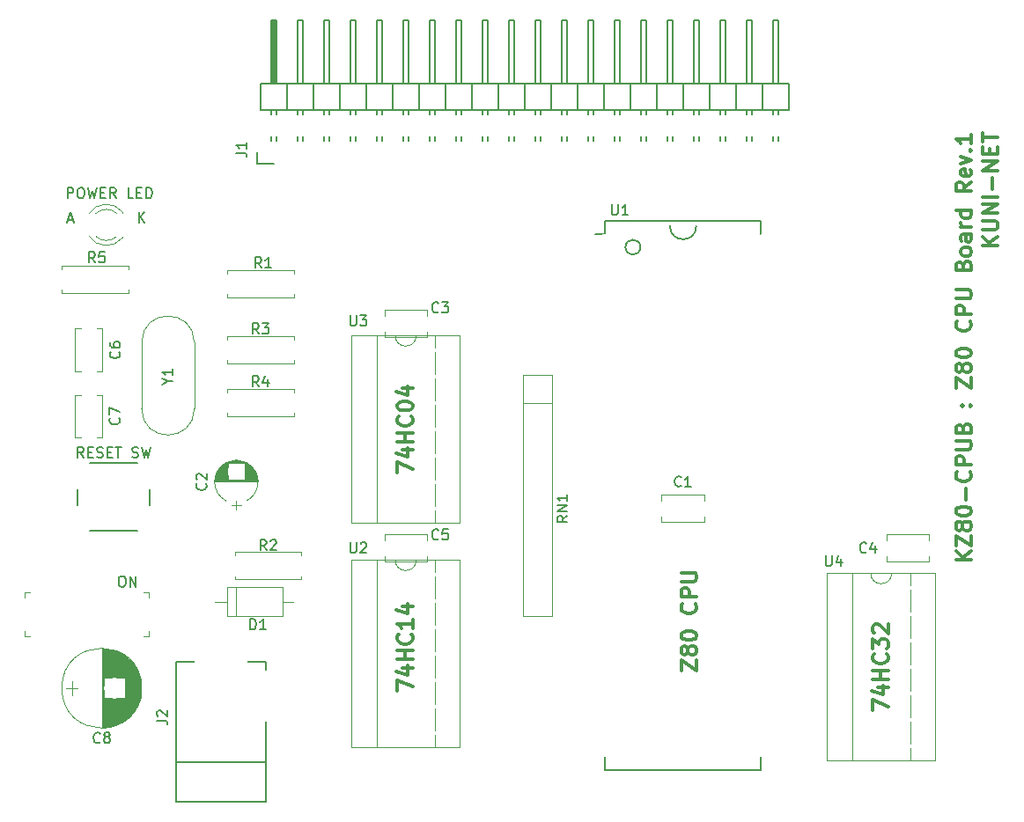
<source format=gto>
G04 #@! TF.GenerationSoftware,KiCad,Pcbnew,(5.0.0-3-g5ebb6b6)*
G04 #@! TF.CreationDate,2018-10-07T14:31:37+09:00*
G04 #@! TF.ProjectId,Z80-CPUB,5A38302D435055422E6B696361645F70,rev?*
G04 #@! TF.SameCoordinates,Original*
G04 #@! TF.FileFunction,Legend,Top*
G04 #@! TF.FilePolarity,Positive*
%FSLAX46Y46*%
G04 Gerber Fmt 4.6, Leading zero omitted, Abs format (unit mm)*
G04 Created by KiCad (PCBNEW (5.0.0-3-g5ebb6b6)) date *
%MOMM*%
%LPD*%
G01*
G04 APERTURE LIST*
%ADD10C,0.200000*%
%ADD11C,0.150000*%
%ADD12C,0.300000*%
%ADD13C,0.120000*%
%ADD14C,0.100000*%
%ADD15C,5.200600*%
%ADD16R,5.200600X5.200600*%
%ADD17C,2.000000*%
%ADD18R,1.600000X1.600000*%
%ADD19C,1.600000*%
%ADD20R,2.000000X2.000000*%
%ADD21R,2.600000X2.600000*%
%ADD22O,2.600000X2.600000*%
%ADD23R,2.127200X2.127200*%
%ADD24O,2.127200X2.127200*%
%ADD25O,2.000000X2.000000*%
%ADD26R,2.300000X2.300000*%
%ADD27C,2.300000*%
%ADD28C,2.400000*%
%ADD29C,1.900000*%
%ADD30C,3.600000*%
%ADD31R,2.200000X2.200000*%
%ADD32C,2.200000*%
G04 APERTURE END LIST*
D10*
X126702420Y-78994000D02*
G75*
G03X126702420Y-78994000I-718420J0D01*
G01*
D11*
X71643904Y-76366666D02*
X72120095Y-76366666D01*
X71548666Y-76652380D02*
X71882000Y-75652380D01*
X72215333Y-76652380D01*
X78478095Y-76652380D02*
X78478095Y-75652380D01*
X79049523Y-76652380D02*
X78620952Y-76080952D01*
X79049523Y-75652380D02*
X78478095Y-76223809D01*
D10*
X132080000Y-76962000D02*
G75*
G02X129540000Y-76962000I-1270000J0D01*
G01*
D12*
X158534571Y-109100285D02*
X157034571Y-109100285D01*
X158534571Y-108243142D02*
X157677428Y-108886000D01*
X157034571Y-108243142D02*
X157891714Y-109100285D01*
X157034571Y-107743142D02*
X157034571Y-106743142D01*
X158534571Y-107743142D01*
X158534571Y-106743142D01*
X157677428Y-105957428D02*
X157606000Y-106100285D01*
X157534571Y-106171714D01*
X157391714Y-106243142D01*
X157320285Y-106243142D01*
X157177428Y-106171714D01*
X157106000Y-106100285D01*
X157034571Y-105957428D01*
X157034571Y-105671714D01*
X157106000Y-105528857D01*
X157177428Y-105457428D01*
X157320285Y-105386000D01*
X157391714Y-105386000D01*
X157534571Y-105457428D01*
X157606000Y-105528857D01*
X157677428Y-105671714D01*
X157677428Y-105957428D01*
X157748857Y-106100285D01*
X157820285Y-106171714D01*
X157963142Y-106243142D01*
X158248857Y-106243142D01*
X158391714Y-106171714D01*
X158463142Y-106100285D01*
X158534571Y-105957428D01*
X158534571Y-105671714D01*
X158463142Y-105528857D01*
X158391714Y-105457428D01*
X158248857Y-105386000D01*
X157963142Y-105386000D01*
X157820285Y-105457428D01*
X157748857Y-105528857D01*
X157677428Y-105671714D01*
X157034571Y-104457428D02*
X157034571Y-104314571D01*
X157106000Y-104171714D01*
X157177428Y-104100285D01*
X157320285Y-104028857D01*
X157606000Y-103957428D01*
X157963142Y-103957428D01*
X158248857Y-104028857D01*
X158391714Y-104100285D01*
X158463142Y-104171714D01*
X158534571Y-104314571D01*
X158534571Y-104457428D01*
X158463142Y-104600285D01*
X158391714Y-104671714D01*
X158248857Y-104743142D01*
X157963142Y-104814571D01*
X157606000Y-104814571D01*
X157320285Y-104743142D01*
X157177428Y-104671714D01*
X157106000Y-104600285D01*
X157034571Y-104457428D01*
X157963142Y-103314571D02*
X157963142Y-102171714D01*
X158391714Y-100600285D02*
X158463142Y-100671714D01*
X158534571Y-100886000D01*
X158534571Y-101028857D01*
X158463142Y-101243142D01*
X158320285Y-101386000D01*
X158177428Y-101457428D01*
X157891714Y-101528857D01*
X157677428Y-101528857D01*
X157391714Y-101457428D01*
X157248857Y-101386000D01*
X157106000Y-101243142D01*
X157034571Y-101028857D01*
X157034571Y-100886000D01*
X157106000Y-100671714D01*
X157177428Y-100600285D01*
X158534571Y-99957428D02*
X157034571Y-99957428D01*
X157034571Y-99386000D01*
X157106000Y-99243142D01*
X157177428Y-99171714D01*
X157320285Y-99100285D01*
X157534571Y-99100285D01*
X157677428Y-99171714D01*
X157748857Y-99243142D01*
X157820285Y-99386000D01*
X157820285Y-99957428D01*
X157034571Y-98457428D02*
X158248857Y-98457428D01*
X158391714Y-98386000D01*
X158463142Y-98314571D01*
X158534571Y-98171714D01*
X158534571Y-97886000D01*
X158463142Y-97743142D01*
X158391714Y-97671714D01*
X158248857Y-97600285D01*
X157034571Y-97600285D01*
X157748857Y-96386000D02*
X157820285Y-96171714D01*
X157891714Y-96100285D01*
X158034571Y-96028857D01*
X158248857Y-96028857D01*
X158391714Y-96100285D01*
X158463142Y-96171714D01*
X158534571Y-96314571D01*
X158534571Y-96886000D01*
X157034571Y-96886000D01*
X157034571Y-96386000D01*
X157106000Y-96243142D01*
X157177428Y-96171714D01*
X157320285Y-96100285D01*
X157463142Y-96100285D01*
X157606000Y-96171714D01*
X157677428Y-96243142D01*
X157748857Y-96386000D01*
X157748857Y-96886000D01*
X158391714Y-94243142D02*
X158463142Y-94171714D01*
X158534571Y-94243142D01*
X158463142Y-94314571D01*
X158391714Y-94243142D01*
X158534571Y-94243142D01*
X157606000Y-94243142D02*
X157677428Y-94171714D01*
X157748857Y-94243142D01*
X157677428Y-94314571D01*
X157606000Y-94243142D01*
X157748857Y-94243142D01*
X157034571Y-92528857D02*
X157034571Y-91528857D01*
X158534571Y-92528857D01*
X158534571Y-91528857D01*
X157677428Y-90743142D02*
X157606000Y-90886000D01*
X157534571Y-90957428D01*
X157391714Y-91028857D01*
X157320285Y-91028857D01*
X157177428Y-90957428D01*
X157106000Y-90886000D01*
X157034571Y-90743142D01*
X157034571Y-90457428D01*
X157106000Y-90314571D01*
X157177428Y-90243142D01*
X157320285Y-90171714D01*
X157391714Y-90171714D01*
X157534571Y-90243142D01*
X157606000Y-90314571D01*
X157677428Y-90457428D01*
X157677428Y-90743142D01*
X157748857Y-90886000D01*
X157820285Y-90957428D01*
X157963142Y-91028857D01*
X158248857Y-91028857D01*
X158391714Y-90957428D01*
X158463142Y-90886000D01*
X158534571Y-90743142D01*
X158534571Y-90457428D01*
X158463142Y-90314571D01*
X158391714Y-90243142D01*
X158248857Y-90171714D01*
X157963142Y-90171714D01*
X157820285Y-90243142D01*
X157748857Y-90314571D01*
X157677428Y-90457428D01*
X157034571Y-89243142D02*
X157034571Y-89100285D01*
X157106000Y-88957428D01*
X157177428Y-88886000D01*
X157320285Y-88814571D01*
X157606000Y-88743142D01*
X157963142Y-88743142D01*
X158248857Y-88814571D01*
X158391714Y-88886000D01*
X158463142Y-88957428D01*
X158534571Y-89100285D01*
X158534571Y-89243142D01*
X158463142Y-89386000D01*
X158391714Y-89457428D01*
X158248857Y-89528857D01*
X157963142Y-89600285D01*
X157606000Y-89600285D01*
X157320285Y-89528857D01*
X157177428Y-89457428D01*
X157106000Y-89386000D01*
X157034571Y-89243142D01*
X158391714Y-86100285D02*
X158463142Y-86171714D01*
X158534571Y-86386000D01*
X158534571Y-86528857D01*
X158463142Y-86743142D01*
X158320285Y-86886000D01*
X158177428Y-86957428D01*
X157891714Y-87028857D01*
X157677428Y-87028857D01*
X157391714Y-86957428D01*
X157248857Y-86886000D01*
X157106000Y-86743142D01*
X157034571Y-86528857D01*
X157034571Y-86386000D01*
X157106000Y-86171714D01*
X157177428Y-86100285D01*
X158534571Y-85457428D02*
X157034571Y-85457428D01*
X157034571Y-84886000D01*
X157106000Y-84743142D01*
X157177428Y-84671714D01*
X157320285Y-84600285D01*
X157534571Y-84600285D01*
X157677428Y-84671714D01*
X157748857Y-84743142D01*
X157820285Y-84886000D01*
X157820285Y-85457428D01*
X157034571Y-83957428D02*
X158248857Y-83957428D01*
X158391714Y-83886000D01*
X158463142Y-83814571D01*
X158534571Y-83671714D01*
X158534571Y-83386000D01*
X158463142Y-83243142D01*
X158391714Y-83171714D01*
X158248857Y-83100285D01*
X157034571Y-83100285D01*
X157748857Y-80743142D02*
X157820285Y-80528857D01*
X157891714Y-80457428D01*
X158034571Y-80386000D01*
X158248857Y-80386000D01*
X158391714Y-80457428D01*
X158463142Y-80528857D01*
X158534571Y-80671714D01*
X158534571Y-81243142D01*
X157034571Y-81243142D01*
X157034571Y-80743142D01*
X157106000Y-80600285D01*
X157177428Y-80528857D01*
X157320285Y-80457428D01*
X157463142Y-80457428D01*
X157606000Y-80528857D01*
X157677428Y-80600285D01*
X157748857Y-80743142D01*
X157748857Y-81243142D01*
X158534571Y-79528857D02*
X158463142Y-79671714D01*
X158391714Y-79743142D01*
X158248857Y-79814571D01*
X157820285Y-79814571D01*
X157677428Y-79743142D01*
X157606000Y-79671714D01*
X157534571Y-79528857D01*
X157534571Y-79314571D01*
X157606000Y-79171714D01*
X157677428Y-79100285D01*
X157820285Y-79028857D01*
X158248857Y-79028857D01*
X158391714Y-79100285D01*
X158463142Y-79171714D01*
X158534571Y-79314571D01*
X158534571Y-79528857D01*
X158534571Y-77743142D02*
X157748857Y-77743142D01*
X157606000Y-77814571D01*
X157534571Y-77957428D01*
X157534571Y-78243142D01*
X157606000Y-78386000D01*
X158463142Y-77743142D02*
X158534571Y-77886000D01*
X158534571Y-78243142D01*
X158463142Y-78386000D01*
X158320285Y-78457428D01*
X158177428Y-78457428D01*
X158034571Y-78386000D01*
X157963142Y-78243142D01*
X157963142Y-77886000D01*
X157891714Y-77743142D01*
X158534571Y-77028857D02*
X157534571Y-77028857D01*
X157820285Y-77028857D02*
X157677428Y-76957428D01*
X157606000Y-76886000D01*
X157534571Y-76743142D01*
X157534571Y-76600285D01*
X158534571Y-75457428D02*
X157034571Y-75457428D01*
X158463142Y-75457428D02*
X158534571Y-75600285D01*
X158534571Y-75886000D01*
X158463142Y-76028857D01*
X158391714Y-76100285D01*
X158248857Y-76171714D01*
X157820285Y-76171714D01*
X157677428Y-76100285D01*
X157606000Y-76028857D01*
X157534571Y-75886000D01*
X157534571Y-75600285D01*
X157606000Y-75457428D01*
X158534571Y-72743142D02*
X157820285Y-73243142D01*
X158534571Y-73600285D02*
X157034571Y-73600285D01*
X157034571Y-73028857D01*
X157106000Y-72886000D01*
X157177428Y-72814571D01*
X157320285Y-72743142D01*
X157534571Y-72743142D01*
X157677428Y-72814571D01*
X157748857Y-72886000D01*
X157820285Y-73028857D01*
X157820285Y-73600285D01*
X158463142Y-71528857D02*
X158534571Y-71671714D01*
X158534571Y-71957428D01*
X158463142Y-72100285D01*
X158320285Y-72171714D01*
X157748857Y-72171714D01*
X157606000Y-72100285D01*
X157534571Y-71957428D01*
X157534571Y-71671714D01*
X157606000Y-71528857D01*
X157748857Y-71457428D01*
X157891714Y-71457428D01*
X158034571Y-72171714D01*
X157534571Y-70957428D02*
X158534571Y-70600285D01*
X157534571Y-70243142D01*
X158391714Y-69671714D02*
X158463142Y-69600285D01*
X158534571Y-69671714D01*
X158463142Y-69743142D01*
X158391714Y-69671714D01*
X158534571Y-69671714D01*
X158534571Y-68171714D02*
X158534571Y-69028857D01*
X158534571Y-68600285D02*
X157034571Y-68600285D01*
X157248857Y-68743142D01*
X157391714Y-68886000D01*
X157463142Y-69028857D01*
X161084571Y-78814571D02*
X159584571Y-78814571D01*
X161084571Y-77957428D02*
X160227428Y-78600285D01*
X159584571Y-77957428D02*
X160441714Y-78814571D01*
X159584571Y-77314571D02*
X160798857Y-77314571D01*
X160941714Y-77243142D01*
X161013142Y-77171714D01*
X161084571Y-77028857D01*
X161084571Y-76743142D01*
X161013142Y-76600285D01*
X160941714Y-76528857D01*
X160798857Y-76457428D01*
X159584571Y-76457428D01*
X161084571Y-75743142D02*
X159584571Y-75743142D01*
X161084571Y-74885999D01*
X159584571Y-74885999D01*
X161084571Y-74171714D02*
X159584571Y-74171714D01*
X160513142Y-73457428D02*
X160513142Y-72314571D01*
X161084571Y-71600285D02*
X159584571Y-71600285D01*
X161084571Y-70743142D01*
X159584571Y-70743142D01*
X160298857Y-70028857D02*
X160298857Y-69528857D01*
X161084571Y-69314571D02*
X161084571Y-70028857D01*
X159584571Y-70028857D01*
X159584571Y-69314571D01*
X159584571Y-68885999D02*
X159584571Y-68028857D01*
X161084571Y-68457428D02*
X159584571Y-68457428D01*
X103318571Y-100698571D02*
X103318571Y-99698571D01*
X104818571Y-100341428D01*
X103818571Y-98484285D02*
X104818571Y-98484285D01*
X103247142Y-98841428D02*
X104318571Y-99198571D01*
X104318571Y-98270000D01*
X104818571Y-97698571D02*
X103318571Y-97698571D01*
X104032857Y-97698571D02*
X104032857Y-96841428D01*
X104818571Y-96841428D02*
X103318571Y-96841428D01*
X104675714Y-95270000D02*
X104747142Y-95341428D01*
X104818571Y-95555714D01*
X104818571Y-95698571D01*
X104747142Y-95912857D01*
X104604285Y-96055714D01*
X104461428Y-96127142D01*
X104175714Y-96198571D01*
X103961428Y-96198571D01*
X103675714Y-96127142D01*
X103532857Y-96055714D01*
X103390000Y-95912857D01*
X103318571Y-95698571D01*
X103318571Y-95555714D01*
X103390000Y-95341428D01*
X103461428Y-95270000D01*
X103318571Y-94341428D02*
X103318571Y-94198571D01*
X103390000Y-94055714D01*
X103461428Y-93984285D01*
X103604285Y-93912857D01*
X103890000Y-93841428D01*
X104247142Y-93841428D01*
X104532857Y-93912857D01*
X104675714Y-93984285D01*
X104747142Y-94055714D01*
X104818571Y-94198571D01*
X104818571Y-94341428D01*
X104747142Y-94484285D01*
X104675714Y-94555714D01*
X104532857Y-94627142D01*
X104247142Y-94698571D01*
X103890000Y-94698571D01*
X103604285Y-94627142D01*
X103461428Y-94555714D01*
X103390000Y-94484285D01*
X103318571Y-94341428D01*
X103818571Y-92555714D02*
X104818571Y-92555714D01*
X103247142Y-92912857D02*
X104318571Y-93270000D01*
X104318571Y-92341428D01*
X149038571Y-123558571D02*
X149038571Y-122558571D01*
X150538571Y-123201428D01*
X149538571Y-121344285D02*
X150538571Y-121344285D01*
X148967142Y-121701428D02*
X150038571Y-122058571D01*
X150038571Y-121130000D01*
X150538571Y-120558571D02*
X149038571Y-120558571D01*
X149752857Y-120558571D02*
X149752857Y-119701428D01*
X150538571Y-119701428D02*
X149038571Y-119701428D01*
X150395714Y-118130000D02*
X150467142Y-118201428D01*
X150538571Y-118415714D01*
X150538571Y-118558571D01*
X150467142Y-118772857D01*
X150324285Y-118915714D01*
X150181428Y-118987142D01*
X149895714Y-119058571D01*
X149681428Y-119058571D01*
X149395714Y-118987142D01*
X149252857Y-118915714D01*
X149110000Y-118772857D01*
X149038571Y-118558571D01*
X149038571Y-118415714D01*
X149110000Y-118201428D01*
X149181428Y-118130000D01*
X149038571Y-117630000D02*
X149038571Y-116701428D01*
X149610000Y-117201428D01*
X149610000Y-116987142D01*
X149681428Y-116844285D01*
X149752857Y-116772857D01*
X149895714Y-116701428D01*
X150252857Y-116701428D01*
X150395714Y-116772857D01*
X150467142Y-116844285D01*
X150538571Y-116987142D01*
X150538571Y-117415714D01*
X150467142Y-117558571D01*
X150395714Y-117630000D01*
X149181428Y-116130000D02*
X149110000Y-116058571D01*
X149038571Y-115915714D01*
X149038571Y-115558571D01*
X149110000Y-115415714D01*
X149181428Y-115344285D01*
X149324285Y-115272857D01*
X149467142Y-115272857D01*
X149681428Y-115344285D01*
X150538571Y-116201428D01*
X150538571Y-115272857D01*
X130623571Y-119720714D02*
X130623571Y-118720714D01*
X132123571Y-119720714D01*
X132123571Y-118720714D01*
X131266428Y-117935000D02*
X131195000Y-118077857D01*
X131123571Y-118149285D01*
X130980714Y-118220714D01*
X130909285Y-118220714D01*
X130766428Y-118149285D01*
X130695000Y-118077857D01*
X130623571Y-117935000D01*
X130623571Y-117649285D01*
X130695000Y-117506428D01*
X130766428Y-117435000D01*
X130909285Y-117363571D01*
X130980714Y-117363571D01*
X131123571Y-117435000D01*
X131195000Y-117506428D01*
X131266428Y-117649285D01*
X131266428Y-117935000D01*
X131337857Y-118077857D01*
X131409285Y-118149285D01*
X131552142Y-118220714D01*
X131837857Y-118220714D01*
X131980714Y-118149285D01*
X132052142Y-118077857D01*
X132123571Y-117935000D01*
X132123571Y-117649285D01*
X132052142Y-117506428D01*
X131980714Y-117435000D01*
X131837857Y-117363571D01*
X131552142Y-117363571D01*
X131409285Y-117435000D01*
X131337857Y-117506428D01*
X131266428Y-117649285D01*
X130623571Y-116435000D02*
X130623571Y-116292142D01*
X130695000Y-116149285D01*
X130766428Y-116077857D01*
X130909285Y-116006428D01*
X131195000Y-115935000D01*
X131552142Y-115935000D01*
X131837857Y-116006428D01*
X131980714Y-116077857D01*
X132052142Y-116149285D01*
X132123571Y-116292142D01*
X132123571Y-116435000D01*
X132052142Y-116577857D01*
X131980714Y-116649285D01*
X131837857Y-116720714D01*
X131552142Y-116792142D01*
X131195000Y-116792142D01*
X130909285Y-116720714D01*
X130766428Y-116649285D01*
X130695000Y-116577857D01*
X130623571Y-116435000D01*
X131980714Y-113292142D02*
X132052142Y-113363571D01*
X132123571Y-113577857D01*
X132123571Y-113720714D01*
X132052142Y-113935000D01*
X131909285Y-114077857D01*
X131766428Y-114149285D01*
X131480714Y-114220714D01*
X131266428Y-114220714D01*
X130980714Y-114149285D01*
X130837857Y-114077857D01*
X130695000Y-113935000D01*
X130623571Y-113720714D01*
X130623571Y-113577857D01*
X130695000Y-113363571D01*
X130766428Y-113292142D01*
X132123571Y-112649285D02*
X130623571Y-112649285D01*
X130623571Y-112077857D01*
X130695000Y-111935000D01*
X130766428Y-111863571D01*
X130909285Y-111792142D01*
X131123571Y-111792142D01*
X131266428Y-111863571D01*
X131337857Y-111935000D01*
X131409285Y-112077857D01*
X131409285Y-112649285D01*
X130623571Y-111149285D02*
X131837857Y-111149285D01*
X131980714Y-111077857D01*
X132052142Y-111006428D01*
X132123571Y-110863571D01*
X132123571Y-110577857D01*
X132052142Y-110435000D01*
X131980714Y-110363571D01*
X131837857Y-110292142D01*
X130623571Y-110292142D01*
X103318571Y-121653571D02*
X103318571Y-120653571D01*
X104818571Y-121296428D01*
X103818571Y-119439285D02*
X104818571Y-119439285D01*
X103247142Y-119796428D02*
X104318571Y-120153571D01*
X104318571Y-119225000D01*
X104818571Y-118653571D02*
X103318571Y-118653571D01*
X104032857Y-118653571D02*
X104032857Y-117796428D01*
X104818571Y-117796428D02*
X103318571Y-117796428D01*
X104675714Y-116225000D02*
X104747142Y-116296428D01*
X104818571Y-116510714D01*
X104818571Y-116653571D01*
X104747142Y-116867857D01*
X104604285Y-117010714D01*
X104461428Y-117082142D01*
X104175714Y-117153571D01*
X103961428Y-117153571D01*
X103675714Y-117082142D01*
X103532857Y-117010714D01*
X103390000Y-116867857D01*
X103318571Y-116653571D01*
X103318571Y-116510714D01*
X103390000Y-116296428D01*
X103461428Y-116225000D01*
X104818571Y-114796428D02*
X104818571Y-115653571D01*
X104818571Y-115225000D02*
X103318571Y-115225000D01*
X103532857Y-115367857D01*
X103675714Y-115510714D01*
X103747142Y-115653571D01*
X103818571Y-113510714D02*
X104818571Y-113510714D01*
X103247142Y-113867857D02*
X104318571Y-114225000D01*
X104318571Y-113296428D01*
D11*
G04 #@! TO.C,J2*
X82042000Y-131572000D02*
X82042000Y-132334000D01*
X82042000Y-132334000D02*
X90678000Y-132334000D01*
X90678000Y-132334000D02*
X90678000Y-131572000D01*
X82042000Y-128524000D02*
X90678000Y-128524000D01*
X82042000Y-118872000D02*
X90678000Y-118872000D01*
X90678000Y-131572000D02*
X90678000Y-118872000D01*
X82042000Y-131572000D02*
X82042000Y-118872000D01*
D13*
G04 #@! TO.C,C1*
X128730000Y-102830000D02*
X132850000Y-102830000D01*
X128730000Y-105450000D02*
X132850000Y-105450000D01*
X128730000Y-102830000D02*
X128730000Y-103390000D01*
X128730000Y-104890000D02*
X128730000Y-105450000D01*
X132850000Y-102830000D02*
X132850000Y-103390000D01*
X132850000Y-104890000D02*
X132850000Y-105450000D01*
G04 #@! TO.C,C2*
X86870830Y-99713564D02*
G75*
G03X86870000Y-103405996I979170J-1846436D01*
G01*
X88829170Y-99713564D02*
G75*
G02X88830000Y-103405996I-979170J-1846436D01*
G01*
X88829170Y-99713564D02*
G75*
G03X86870000Y-99714004I-979170J-1846436D01*
G01*
X85800000Y-101560000D02*
X89900000Y-101560000D01*
X85800000Y-101520000D02*
X89900000Y-101520000D01*
X85801000Y-101480000D02*
X89899000Y-101480000D01*
X85803000Y-101440000D02*
X89897000Y-101440000D01*
X85806000Y-101400000D02*
X89894000Y-101400000D01*
X85809000Y-101360000D02*
X89891000Y-101360000D01*
X85813000Y-101320000D02*
X87070000Y-101320000D01*
X88630000Y-101320000D02*
X89887000Y-101320000D01*
X85818000Y-101280000D02*
X87070000Y-101280000D01*
X88630000Y-101280000D02*
X89882000Y-101280000D01*
X85824000Y-101240000D02*
X87070000Y-101240000D01*
X88630000Y-101240000D02*
X89876000Y-101240000D01*
X85831000Y-101200000D02*
X87070000Y-101200000D01*
X88630000Y-101200000D02*
X89869000Y-101200000D01*
X85838000Y-101160000D02*
X87070000Y-101160000D01*
X88630000Y-101160000D02*
X89862000Y-101160000D01*
X85846000Y-101120000D02*
X87070000Y-101120000D01*
X88630000Y-101120000D02*
X89854000Y-101120000D01*
X85855000Y-101080000D02*
X87070000Y-101080000D01*
X88630000Y-101080000D02*
X89845000Y-101080000D01*
X85865000Y-101040000D02*
X87070000Y-101040000D01*
X88630000Y-101040000D02*
X89835000Y-101040000D01*
X85876000Y-101000000D02*
X87070000Y-101000000D01*
X88630000Y-101000000D02*
X89824000Y-101000000D01*
X85887000Y-100960000D02*
X87070000Y-100960000D01*
X88630000Y-100960000D02*
X89813000Y-100960000D01*
X85900000Y-100920000D02*
X87070000Y-100920000D01*
X88630000Y-100920000D02*
X89800000Y-100920000D01*
X85913000Y-100880000D02*
X87070000Y-100880000D01*
X88630000Y-100880000D02*
X89787000Y-100880000D01*
X85927000Y-100839000D02*
X87070000Y-100839000D01*
X88630000Y-100839000D02*
X89773000Y-100839000D01*
X85943000Y-100799000D02*
X87070000Y-100799000D01*
X88630000Y-100799000D02*
X89757000Y-100799000D01*
X85959000Y-100759000D02*
X87070000Y-100759000D01*
X88630000Y-100759000D02*
X89741000Y-100759000D01*
X85976000Y-100719000D02*
X87070000Y-100719000D01*
X88630000Y-100719000D02*
X89724000Y-100719000D01*
X85994000Y-100679000D02*
X87070000Y-100679000D01*
X88630000Y-100679000D02*
X89706000Y-100679000D01*
X86013000Y-100639000D02*
X87070000Y-100639000D01*
X88630000Y-100639000D02*
X89687000Y-100639000D01*
X86033000Y-100599000D02*
X87070000Y-100599000D01*
X88630000Y-100599000D02*
X89667000Y-100599000D01*
X86054000Y-100559000D02*
X87070000Y-100559000D01*
X88630000Y-100559000D02*
X89646000Y-100559000D01*
X86077000Y-100519000D02*
X87070000Y-100519000D01*
X88630000Y-100519000D02*
X89623000Y-100519000D01*
X86100000Y-100479000D02*
X87070000Y-100479000D01*
X88630000Y-100479000D02*
X89600000Y-100479000D01*
X86125000Y-100439000D02*
X87070000Y-100439000D01*
X88630000Y-100439000D02*
X89575000Y-100439000D01*
X86151000Y-100399000D02*
X87070000Y-100399000D01*
X88630000Y-100399000D02*
X89549000Y-100399000D01*
X86178000Y-100359000D02*
X87070000Y-100359000D01*
X88630000Y-100359000D02*
X89522000Y-100359000D01*
X86207000Y-100319000D02*
X87070000Y-100319000D01*
X88630000Y-100319000D02*
X89493000Y-100319000D01*
X86237000Y-100279000D02*
X87070000Y-100279000D01*
X88630000Y-100279000D02*
X89463000Y-100279000D01*
X86269000Y-100239000D02*
X87070000Y-100239000D01*
X88630000Y-100239000D02*
X89431000Y-100239000D01*
X86303000Y-100199000D02*
X87070000Y-100199000D01*
X88630000Y-100199000D02*
X89397000Y-100199000D01*
X86338000Y-100159000D02*
X87070000Y-100159000D01*
X88630000Y-100159000D02*
X89362000Y-100159000D01*
X86375000Y-100119000D02*
X87070000Y-100119000D01*
X88630000Y-100119000D02*
X89325000Y-100119000D01*
X86414000Y-100079000D02*
X87070000Y-100079000D01*
X88630000Y-100079000D02*
X89286000Y-100079000D01*
X86455000Y-100039000D02*
X87070000Y-100039000D01*
X88630000Y-100039000D02*
X89245000Y-100039000D01*
X86499000Y-99999000D02*
X87070000Y-99999000D01*
X88630000Y-99999000D02*
X89201000Y-99999000D01*
X86545000Y-99959000D02*
X87070000Y-99959000D01*
X88630000Y-99959000D02*
X89155000Y-99959000D01*
X86594000Y-99919000D02*
X87070000Y-99919000D01*
X88630000Y-99919000D02*
X89106000Y-99919000D01*
X86646000Y-99879000D02*
X87070000Y-99879000D01*
X88630000Y-99879000D02*
X89054000Y-99879000D01*
X86702000Y-99839000D02*
X87070000Y-99839000D01*
X88630000Y-99839000D02*
X88998000Y-99839000D01*
X86762000Y-99799000D02*
X87070000Y-99799000D01*
X88630000Y-99799000D02*
X88938000Y-99799000D01*
X86827000Y-99759000D02*
X88873000Y-99759000D01*
X86898000Y-99719000D02*
X88802000Y-99719000D01*
X86976000Y-99679000D02*
X88724000Y-99679000D01*
X87064000Y-99639000D02*
X88636000Y-99639000D01*
X87164000Y-99599000D02*
X88536000Y-99599000D01*
X87283000Y-99559000D02*
X88417000Y-99559000D01*
X87435000Y-99519000D02*
X88265000Y-99519000D01*
X87685000Y-99479000D02*
X88015000Y-99479000D01*
X87850000Y-104260000D02*
X87850000Y-103360000D01*
X87400000Y-103810000D02*
X88300000Y-103810000D01*
G04 #@! TO.C,C3*
X106220000Y-87670000D02*
X102100000Y-87670000D01*
X106220000Y-85050000D02*
X102100000Y-85050000D01*
X106220000Y-87670000D02*
X106220000Y-87110000D01*
X106220000Y-85610000D02*
X106220000Y-85050000D01*
X102100000Y-87670000D02*
X102100000Y-87110000D01*
X102100000Y-85610000D02*
X102100000Y-85050000D01*
G04 #@! TO.C,C4*
X154480000Y-109260000D02*
X150360000Y-109260000D01*
X154480000Y-106640000D02*
X150360000Y-106640000D01*
X154480000Y-109260000D02*
X154480000Y-108700000D01*
X154480000Y-107200000D02*
X154480000Y-106640000D01*
X150360000Y-109260000D02*
X150360000Y-108700000D01*
X150360000Y-107200000D02*
X150360000Y-106640000D01*
G04 #@! TO.C,C5*
X106220000Y-109260000D02*
X102100000Y-109260000D01*
X106220000Y-106640000D02*
X102100000Y-106640000D01*
X106220000Y-109260000D02*
X106220000Y-108700000D01*
X106220000Y-107200000D02*
X106220000Y-106640000D01*
X102100000Y-109260000D02*
X102100000Y-108700000D01*
X102100000Y-107200000D02*
X102100000Y-106640000D01*
G04 #@! TO.C,C6*
X74970000Y-86820000D02*
X74970000Y-90940000D01*
X72350000Y-86820000D02*
X72350000Y-90940000D01*
X74970000Y-86820000D02*
X74410000Y-86820000D01*
X72910000Y-86820000D02*
X72350000Y-86820000D01*
X74970000Y-90940000D02*
X74410000Y-90940000D01*
X72910000Y-90940000D02*
X72350000Y-90940000D01*
G04 #@! TO.C,C7*
X72350000Y-97330000D02*
X72350000Y-93210000D01*
X74970000Y-97330000D02*
X74970000Y-93210000D01*
X72350000Y-97330000D02*
X72910000Y-97330000D01*
X74410000Y-97330000D02*
X74970000Y-97330000D01*
X72350000Y-93210000D02*
X72910000Y-93210000D01*
X74410000Y-93210000D02*
X74970000Y-93210000D01*
G04 #@! TO.C,C8*
X78750000Y-121412000D02*
G75*
G03X78750000Y-121412000I-3840000J0D01*
G01*
X74910000Y-117612000D02*
X74910000Y-125212000D01*
X74950000Y-117612000D02*
X74950000Y-125212000D01*
X74990000Y-117612000D02*
X74990000Y-125212000D01*
X75030000Y-117613000D02*
X75030000Y-125211000D01*
X75070000Y-117615000D02*
X75070000Y-125209000D01*
X75110000Y-117617000D02*
X75110000Y-125207000D01*
X75150000Y-117619000D02*
X75150000Y-125205000D01*
X75190000Y-117622000D02*
X75190000Y-120432000D01*
X75190000Y-122392000D02*
X75190000Y-125202000D01*
X75230000Y-117625000D02*
X75230000Y-120432000D01*
X75230000Y-122392000D02*
X75230000Y-125199000D01*
X75270000Y-117628000D02*
X75270000Y-120432000D01*
X75270000Y-122392000D02*
X75270000Y-125196000D01*
X75310000Y-117632000D02*
X75310000Y-120432000D01*
X75310000Y-122392000D02*
X75310000Y-125192000D01*
X75350000Y-117637000D02*
X75350000Y-120432000D01*
X75350000Y-122392000D02*
X75350000Y-125187000D01*
X75390000Y-117642000D02*
X75390000Y-120432000D01*
X75390000Y-122392000D02*
X75390000Y-125182000D01*
X75430000Y-117647000D02*
X75430000Y-120432000D01*
X75430000Y-122392000D02*
X75430000Y-125177000D01*
X75470000Y-117653000D02*
X75470000Y-120432000D01*
X75470000Y-122392000D02*
X75470000Y-125171000D01*
X75510000Y-117659000D02*
X75510000Y-120432000D01*
X75510000Y-122392000D02*
X75510000Y-125165000D01*
X75550000Y-117665000D02*
X75550000Y-120432000D01*
X75550000Y-122392000D02*
X75550000Y-125159000D01*
X75590000Y-117672000D02*
X75590000Y-120432000D01*
X75590000Y-122392000D02*
X75590000Y-125152000D01*
X75631000Y-117680000D02*
X75631000Y-120432000D01*
X75631000Y-122392000D02*
X75631000Y-125144000D01*
X75671000Y-117687000D02*
X75671000Y-120432000D01*
X75671000Y-122392000D02*
X75671000Y-125137000D01*
X75711000Y-117696000D02*
X75711000Y-120432000D01*
X75711000Y-122392000D02*
X75711000Y-125128000D01*
X75751000Y-117705000D02*
X75751000Y-120432000D01*
X75751000Y-122392000D02*
X75751000Y-125119000D01*
X75791000Y-117714000D02*
X75791000Y-120432000D01*
X75791000Y-122392000D02*
X75791000Y-125110000D01*
X75831000Y-117723000D02*
X75831000Y-120432000D01*
X75831000Y-122392000D02*
X75831000Y-125101000D01*
X75871000Y-117733000D02*
X75871000Y-120432000D01*
X75871000Y-122392000D02*
X75871000Y-125091000D01*
X75911000Y-117744000D02*
X75911000Y-120432000D01*
X75911000Y-122392000D02*
X75911000Y-125080000D01*
X75951000Y-117755000D02*
X75951000Y-120432000D01*
X75951000Y-122392000D02*
X75951000Y-125069000D01*
X75991000Y-117767000D02*
X75991000Y-120432000D01*
X75991000Y-122392000D02*
X75991000Y-125057000D01*
X76031000Y-117778000D02*
X76031000Y-120432000D01*
X76031000Y-122392000D02*
X76031000Y-125046000D01*
X76071000Y-117791000D02*
X76071000Y-120432000D01*
X76071000Y-122392000D02*
X76071000Y-125033000D01*
X76111000Y-117804000D02*
X76111000Y-120432000D01*
X76111000Y-122392000D02*
X76111000Y-125020000D01*
X76151000Y-117817000D02*
X76151000Y-120432000D01*
X76151000Y-122392000D02*
X76151000Y-125007000D01*
X76191000Y-117831000D02*
X76191000Y-120432000D01*
X76191000Y-122392000D02*
X76191000Y-124993000D01*
X76231000Y-117846000D02*
X76231000Y-120432000D01*
X76231000Y-122392000D02*
X76231000Y-124978000D01*
X76271000Y-117860000D02*
X76271000Y-120432000D01*
X76271000Y-122392000D02*
X76271000Y-124964000D01*
X76311000Y-117876000D02*
X76311000Y-120432000D01*
X76311000Y-122392000D02*
X76311000Y-124948000D01*
X76351000Y-117892000D02*
X76351000Y-120432000D01*
X76351000Y-122392000D02*
X76351000Y-124932000D01*
X76391000Y-117908000D02*
X76391000Y-120432000D01*
X76391000Y-122392000D02*
X76391000Y-124916000D01*
X76431000Y-117925000D02*
X76431000Y-120432000D01*
X76431000Y-122392000D02*
X76431000Y-124899000D01*
X76471000Y-117943000D02*
X76471000Y-120432000D01*
X76471000Y-122392000D02*
X76471000Y-124881000D01*
X76511000Y-117961000D02*
X76511000Y-120432000D01*
X76511000Y-122392000D02*
X76511000Y-124863000D01*
X76551000Y-117979000D02*
X76551000Y-120432000D01*
X76551000Y-122392000D02*
X76551000Y-124845000D01*
X76591000Y-117999000D02*
X76591000Y-120432000D01*
X76591000Y-122392000D02*
X76591000Y-124825000D01*
X76631000Y-118018000D02*
X76631000Y-120432000D01*
X76631000Y-122392000D02*
X76631000Y-124806000D01*
X76671000Y-118039000D02*
X76671000Y-120432000D01*
X76671000Y-122392000D02*
X76671000Y-124785000D01*
X76711000Y-118060000D02*
X76711000Y-120432000D01*
X76711000Y-122392000D02*
X76711000Y-124764000D01*
X76751000Y-118081000D02*
X76751000Y-120432000D01*
X76751000Y-122392000D02*
X76751000Y-124743000D01*
X76791000Y-118103000D02*
X76791000Y-120432000D01*
X76791000Y-122392000D02*
X76791000Y-124721000D01*
X76831000Y-118126000D02*
X76831000Y-120432000D01*
X76831000Y-122392000D02*
X76831000Y-124698000D01*
X76871000Y-118149000D02*
X76871000Y-120432000D01*
X76871000Y-122392000D02*
X76871000Y-124675000D01*
X76911000Y-118173000D02*
X76911000Y-120432000D01*
X76911000Y-122392000D02*
X76911000Y-124651000D01*
X76951000Y-118198000D02*
X76951000Y-120432000D01*
X76951000Y-122392000D02*
X76951000Y-124626000D01*
X76991000Y-118224000D02*
X76991000Y-120432000D01*
X76991000Y-122392000D02*
X76991000Y-124600000D01*
X77031000Y-118250000D02*
X77031000Y-120432000D01*
X77031000Y-122392000D02*
X77031000Y-124574000D01*
X77071000Y-118277000D02*
X77071000Y-120432000D01*
X77071000Y-122392000D02*
X77071000Y-124547000D01*
X77111000Y-118304000D02*
X77111000Y-120432000D01*
X77111000Y-122392000D02*
X77111000Y-124520000D01*
X77151000Y-118333000D02*
X77151000Y-124491000D01*
X77191000Y-118362000D02*
X77191000Y-124462000D01*
X77231000Y-118392000D02*
X77231000Y-124432000D01*
X77271000Y-118422000D02*
X77271000Y-124402000D01*
X77311000Y-118454000D02*
X77311000Y-124370000D01*
X77351000Y-118486000D02*
X77351000Y-124338000D01*
X77391000Y-118520000D02*
X77391000Y-124304000D01*
X77431000Y-118554000D02*
X77431000Y-124270000D01*
X77471000Y-118589000D02*
X77471000Y-124235000D01*
X77511000Y-118626000D02*
X77511000Y-124198000D01*
X77551000Y-118663000D02*
X77551000Y-124161000D01*
X77591000Y-118701000D02*
X77591000Y-124123000D01*
X77631000Y-118741000D02*
X77631000Y-124083000D01*
X77671000Y-118782000D02*
X77671000Y-124042000D01*
X77711000Y-118824000D02*
X77711000Y-124000000D01*
X77751000Y-118867000D02*
X77751000Y-123957000D01*
X77791000Y-118912000D02*
X77791000Y-123912000D01*
X77831000Y-118958000D02*
X77831000Y-123866000D01*
X77871000Y-119005000D02*
X77871000Y-123819000D01*
X77911000Y-119055000D02*
X77911000Y-123769000D01*
X77951000Y-119105000D02*
X77951000Y-123719000D01*
X77991000Y-119158000D02*
X77991000Y-123666000D01*
X78031000Y-119213000D02*
X78031000Y-123611000D01*
X78071000Y-119270000D02*
X78071000Y-123554000D01*
X78111000Y-119329000D02*
X78111000Y-123495000D01*
X78151000Y-119390000D02*
X78151000Y-123434000D01*
X78191000Y-119455000D02*
X78191000Y-123369000D01*
X78231000Y-119522000D02*
X78231000Y-123302000D01*
X78271000Y-119592000D02*
X78271000Y-123232000D01*
X78311000Y-119667000D02*
X78311000Y-123157000D01*
X78351000Y-119745000D02*
X78351000Y-123079000D01*
X78391000Y-119828000D02*
X78391000Y-122996000D01*
X78431000Y-119917000D02*
X78431000Y-122907000D01*
X78471000Y-120012000D02*
X78471000Y-122812000D01*
X78511000Y-120115000D02*
X78511000Y-122709000D01*
X78551000Y-120228000D02*
X78551000Y-122596000D01*
X78591000Y-120355000D02*
X78591000Y-122469000D01*
X78631000Y-120499000D02*
X78631000Y-122325000D01*
X78671000Y-120672000D02*
X78671000Y-122152000D01*
X78711000Y-120899000D02*
X78711000Y-121925000D01*
X71460000Y-121412000D02*
X72660000Y-121412000D01*
X72060000Y-120762000D02*
X72060000Y-122062000D01*
G04 #@! TO.C,D1*
X86960000Y-111700000D02*
X86960000Y-114520000D01*
X86960000Y-114520000D02*
X92280000Y-114520000D01*
X92280000Y-114520000D02*
X92280000Y-111700000D01*
X92280000Y-111700000D02*
X86960000Y-111700000D01*
X85820000Y-113110000D02*
X86960000Y-113110000D01*
X93420000Y-113110000D02*
X92280000Y-113110000D01*
X87800000Y-111700000D02*
X87800000Y-114520000D01*
D11*
G04 #@! TO.C,J1*
X101346000Y-68326000D02*
X101346000Y-68834000D01*
X101854000Y-68326000D02*
X101854000Y-68834000D01*
X103886000Y-68326000D02*
X103886000Y-68834000D01*
X104394000Y-68326000D02*
X104394000Y-68834000D01*
X99314000Y-68326000D02*
X99314000Y-68834000D01*
X98806000Y-68326000D02*
X98806000Y-68834000D01*
X96774000Y-68326000D02*
X96774000Y-68834000D01*
X96266000Y-68326000D02*
X96266000Y-68834000D01*
X94234000Y-68326000D02*
X94234000Y-68834000D01*
X93726000Y-68326000D02*
X93726000Y-68834000D01*
X91694000Y-68326000D02*
X91694000Y-68834000D01*
X91186000Y-68326000D02*
X91186000Y-68834000D01*
X131826000Y-68326000D02*
X131826000Y-68834000D01*
X132334000Y-68326000D02*
X132334000Y-68834000D01*
X134366000Y-68326000D02*
X134366000Y-68834000D01*
X134874000Y-68326000D02*
X134874000Y-68834000D01*
X129794000Y-68326000D02*
X129794000Y-68834000D01*
X129286000Y-68326000D02*
X129286000Y-68834000D01*
X127254000Y-68326000D02*
X127254000Y-68834000D01*
X126746000Y-68326000D02*
X126746000Y-68834000D01*
X136906000Y-68326000D02*
X136906000Y-68834000D01*
X137414000Y-68326000D02*
X137414000Y-68834000D01*
X139446000Y-68326000D02*
X139446000Y-68834000D01*
X139954000Y-68326000D02*
X139954000Y-68834000D01*
X121666000Y-68326000D02*
X121666000Y-68834000D01*
X122174000Y-68326000D02*
X122174000Y-68834000D01*
X124206000Y-68326000D02*
X124206000Y-68834000D01*
X124714000Y-68326000D02*
X124714000Y-68834000D01*
X119634000Y-68326000D02*
X119634000Y-68834000D01*
X119126000Y-68326000D02*
X119126000Y-68834000D01*
X117094000Y-68326000D02*
X117094000Y-68834000D01*
X116586000Y-68326000D02*
X116586000Y-68834000D01*
X106426000Y-68326000D02*
X106426000Y-68834000D01*
X106934000Y-68326000D02*
X106934000Y-68834000D01*
X108966000Y-68326000D02*
X108966000Y-68834000D01*
X109474000Y-68326000D02*
X109474000Y-68834000D01*
X114554000Y-68326000D02*
X114554000Y-68834000D01*
X114046000Y-68326000D02*
X114046000Y-68834000D01*
X112014000Y-68326000D02*
X112014000Y-68834000D01*
X111506000Y-68326000D02*
X111506000Y-68834000D01*
X136906000Y-65786000D02*
X136906000Y-66294000D01*
X137414000Y-65786000D02*
X137414000Y-66294000D01*
X139446000Y-65786000D02*
X139446000Y-66294000D01*
X139954000Y-65786000D02*
X139954000Y-66294000D01*
X134874000Y-65786000D02*
X134874000Y-66294000D01*
X134366000Y-65786000D02*
X134366000Y-66294000D01*
X132334000Y-65786000D02*
X132334000Y-66294000D01*
X131826000Y-65786000D02*
X131826000Y-66294000D01*
X116586000Y-65786000D02*
X116586000Y-66294000D01*
X117094000Y-65786000D02*
X117094000Y-66294000D01*
X119126000Y-65786000D02*
X119126000Y-66294000D01*
X119634000Y-65786000D02*
X119634000Y-66294000D01*
X114554000Y-65786000D02*
X114554000Y-66294000D01*
X114046000Y-65786000D02*
X114046000Y-66294000D01*
X112014000Y-65786000D02*
X112014000Y-66294000D01*
X111506000Y-65786000D02*
X111506000Y-66294000D01*
X121666000Y-65786000D02*
X121666000Y-66294000D01*
X122174000Y-65786000D02*
X122174000Y-66294000D01*
X124206000Y-65786000D02*
X124206000Y-66294000D01*
X124714000Y-65786000D02*
X124714000Y-66294000D01*
X129794000Y-65786000D02*
X129794000Y-66294000D01*
X129286000Y-65786000D02*
X129286000Y-66294000D01*
X127254000Y-65786000D02*
X127254000Y-66294000D01*
X126746000Y-65786000D02*
X126746000Y-66294000D01*
X106426000Y-65786000D02*
X106426000Y-66294000D01*
X106934000Y-65786000D02*
X106934000Y-66294000D01*
X108966000Y-65786000D02*
X108966000Y-66294000D01*
X109474000Y-65786000D02*
X109474000Y-66294000D01*
X104394000Y-65786000D02*
X104394000Y-66294000D01*
X103886000Y-65786000D02*
X103886000Y-66294000D01*
X101854000Y-65786000D02*
X101854000Y-66294000D01*
X101346000Y-65786000D02*
X101346000Y-66294000D01*
X91186000Y-65786000D02*
X91186000Y-66294000D01*
X91694000Y-65786000D02*
X91694000Y-66294000D01*
X93726000Y-65786000D02*
X93726000Y-66294000D01*
X94234000Y-65786000D02*
X94234000Y-66294000D01*
X99314000Y-65786000D02*
X99314000Y-66294000D01*
X98806000Y-65786000D02*
X98806000Y-66294000D01*
X96774000Y-65786000D02*
X96774000Y-66294000D01*
X96266000Y-65786000D02*
X96266000Y-66294000D01*
X89890000Y-69850000D02*
X89890000Y-71000000D01*
X89890000Y-71000000D02*
X91440000Y-71000000D01*
X91313000Y-63246000D02*
X91313000Y-57277000D01*
X91313000Y-57277000D02*
X91567000Y-57277000D01*
X91567000Y-57277000D02*
X91567000Y-63119000D01*
X91567000Y-63119000D02*
X91440000Y-63119000D01*
X91440000Y-63119000D02*
X91440000Y-57277000D01*
X130810000Y-65786000D02*
X130810000Y-63246000D01*
X130810000Y-65786000D02*
X133350000Y-65786000D01*
X133350000Y-65786000D02*
X133350000Y-63246000D01*
X131826000Y-63246000D02*
X131826000Y-57150000D01*
X131826000Y-57150000D02*
X132334000Y-57150000D01*
X132334000Y-57150000D02*
X132334000Y-63246000D01*
X133350000Y-63246000D02*
X130810000Y-63246000D01*
X135890000Y-63246000D02*
X133350000Y-63246000D01*
X134874000Y-57150000D02*
X134874000Y-63246000D01*
X134366000Y-57150000D02*
X134874000Y-57150000D01*
X134366000Y-63246000D02*
X134366000Y-57150000D01*
X135890000Y-65786000D02*
X135890000Y-63246000D01*
X133350000Y-65786000D02*
X135890000Y-65786000D01*
X133350000Y-65786000D02*
X133350000Y-63246000D01*
X138430000Y-65786000D02*
X138430000Y-63246000D01*
X138430000Y-65786000D02*
X140970000Y-65786000D01*
X139446000Y-63246000D02*
X139446000Y-57150000D01*
X139446000Y-57150000D02*
X139954000Y-57150000D01*
X139954000Y-57150000D02*
X139954000Y-63246000D01*
X140970000Y-63246000D02*
X138430000Y-63246000D01*
X138430000Y-63246000D02*
X135890000Y-63246000D01*
X137414000Y-57150000D02*
X137414000Y-63246000D01*
X136906000Y-57150000D02*
X137414000Y-57150000D01*
X136906000Y-63246000D02*
X136906000Y-57150000D01*
X138430000Y-65786000D02*
X138430000Y-63246000D01*
X135890000Y-65786000D02*
X138430000Y-65786000D01*
X135890000Y-65786000D02*
X135890000Y-63246000D01*
X140970000Y-65786000D02*
X140970000Y-63246000D01*
X110490000Y-65786000D02*
X110490000Y-63246000D01*
X110490000Y-65786000D02*
X113030000Y-65786000D01*
X113030000Y-65786000D02*
X113030000Y-63246000D01*
X111506000Y-63246000D02*
X111506000Y-57150000D01*
X111506000Y-57150000D02*
X112014000Y-57150000D01*
X112014000Y-57150000D02*
X112014000Y-63246000D01*
X113030000Y-63246000D02*
X110490000Y-63246000D01*
X115570000Y-63246000D02*
X113030000Y-63246000D01*
X114554000Y-57150000D02*
X114554000Y-63246000D01*
X114046000Y-57150000D02*
X114554000Y-57150000D01*
X114046000Y-63246000D02*
X114046000Y-57150000D01*
X115570000Y-65786000D02*
X115570000Y-63246000D01*
X113030000Y-65786000D02*
X115570000Y-65786000D01*
X113030000Y-65786000D02*
X113030000Y-63246000D01*
X118110000Y-65786000D02*
X118110000Y-63246000D01*
X118110000Y-65786000D02*
X120650000Y-65786000D01*
X120650000Y-65786000D02*
X120650000Y-63246000D01*
X119126000Y-63246000D02*
X119126000Y-57150000D01*
X119126000Y-57150000D02*
X119634000Y-57150000D01*
X119634000Y-57150000D02*
X119634000Y-63246000D01*
X120650000Y-63246000D02*
X118110000Y-63246000D01*
X118110000Y-63246000D02*
X115570000Y-63246000D01*
X117094000Y-57150000D02*
X117094000Y-63246000D01*
X116586000Y-57150000D02*
X117094000Y-57150000D01*
X116586000Y-63246000D02*
X116586000Y-57150000D01*
X118110000Y-65786000D02*
X118110000Y-63246000D01*
X115570000Y-65786000D02*
X118110000Y-65786000D01*
X115570000Y-65786000D02*
X115570000Y-63246000D01*
X125730000Y-65786000D02*
X125730000Y-63246000D01*
X125730000Y-65786000D02*
X128270000Y-65786000D01*
X128270000Y-65786000D02*
X128270000Y-63246000D01*
X126746000Y-63246000D02*
X126746000Y-57150000D01*
X126746000Y-57150000D02*
X127254000Y-57150000D01*
X127254000Y-57150000D02*
X127254000Y-63246000D01*
X128270000Y-63246000D02*
X125730000Y-63246000D01*
X130810000Y-63246000D02*
X128270000Y-63246000D01*
X129794000Y-57150000D02*
X129794000Y-63246000D01*
X129286000Y-57150000D02*
X129794000Y-57150000D01*
X129286000Y-63246000D02*
X129286000Y-57150000D01*
X130810000Y-65786000D02*
X130810000Y-63246000D01*
X128270000Y-65786000D02*
X130810000Y-65786000D01*
X128270000Y-65786000D02*
X128270000Y-63246000D01*
X123190000Y-65786000D02*
X123190000Y-63246000D01*
X123190000Y-65786000D02*
X125730000Y-65786000D01*
X125730000Y-65786000D02*
X125730000Y-63246000D01*
X124206000Y-63246000D02*
X124206000Y-57150000D01*
X124206000Y-57150000D02*
X124714000Y-57150000D01*
X124714000Y-57150000D02*
X124714000Y-63246000D01*
X125730000Y-63246000D02*
X123190000Y-63246000D01*
X123190000Y-63246000D02*
X120650000Y-63246000D01*
X122174000Y-57150000D02*
X122174000Y-63246000D01*
X121666000Y-57150000D02*
X122174000Y-57150000D01*
X121666000Y-63246000D02*
X121666000Y-57150000D01*
X123190000Y-65786000D02*
X123190000Y-63246000D01*
X120650000Y-65786000D02*
X123190000Y-65786000D01*
X120650000Y-65786000D02*
X120650000Y-63246000D01*
X100330000Y-65786000D02*
X100330000Y-63246000D01*
X100330000Y-65786000D02*
X102870000Y-65786000D01*
X102870000Y-65786000D02*
X102870000Y-63246000D01*
X101346000Y-63246000D02*
X101346000Y-57150000D01*
X101346000Y-57150000D02*
X101854000Y-57150000D01*
X101854000Y-57150000D02*
X101854000Y-63246000D01*
X102870000Y-63246000D02*
X100330000Y-63246000D01*
X105410000Y-63246000D02*
X102870000Y-63246000D01*
X104394000Y-57150000D02*
X104394000Y-63246000D01*
X103886000Y-57150000D02*
X104394000Y-57150000D01*
X103886000Y-63246000D02*
X103886000Y-57150000D01*
X105410000Y-65786000D02*
X105410000Y-63246000D01*
X102870000Y-65786000D02*
X105410000Y-65786000D01*
X102870000Y-65786000D02*
X102870000Y-63246000D01*
X107950000Y-65786000D02*
X107950000Y-63246000D01*
X107950000Y-65786000D02*
X110490000Y-65786000D01*
X110490000Y-65786000D02*
X110490000Y-63246000D01*
X108966000Y-63246000D02*
X108966000Y-57150000D01*
X108966000Y-57150000D02*
X109474000Y-57150000D01*
X109474000Y-57150000D02*
X109474000Y-63246000D01*
X110490000Y-63246000D02*
X107950000Y-63246000D01*
X107950000Y-63246000D02*
X105410000Y-63246000D01*
X106934000Y-57150000D02*
X106934000Y-63246000D01*
X106426000Y-57150000D02*
X106934000Y-57150000D01*
X106426000Y-63246000D02*
X106426000Y-57150000D01*
X107950000Y-65786000D02*
X107950000Y-63246000D01*
X105410000Y-65786000D02*
X107950000Y-65786000D01*
X105410000Y-65786000D02*
X105410000Y-63246000D01*
X95250000Y-65786000D02*
X95250000Y-63246000D01*
X95250000Y-65786000D02*
X97790000Y-65786000D01*
X97790000Y-65786000D02*
X97790000Y-63246000D01*
X96266000Y-63246000D02*
X96266000Y-57150000D01*
X96266000Y-57150000D02*
X96774000Y-57150000D01*
X96774000Y-57150000D02*
X96774000Y-63246000D01*
X97790000Y-63246000D02*
X95250000Y-63246000D01*
X100330000Y-63246000D02*
X97790000Y-63246000D01*
X99314000Y-57150000D02*
X99314000Y-63246000D01*
X98806000Y-57150000D02*
X99314000Y-57150000D01*
X98806000Y-63246000D02*
X98806000Y-57150000D01*
X100330000Y-65786000D02*
X100330000Y-63246000D01*
X97790000Y-65786000D02*
X100330000Y-65786000D01*
X97790000Y-65786000D02*
X97790000Y-63246000D01*
X92710000Y-65786000D02*
X92710000Y-63246000D01*
X92710000Y-65786000D02*
X95250000Y-65786000D01*
X95250000Y-65786000D02*
X95250000Y-63246000D01*
X93726000Y-63246000D02*
X93726000Y-57150000D01*
X93726000Y-57150000D02*
X94234000Y-57150000D01*
X94234000Y-57150000D02*
X94234000Y-63246000D01*
X95250000Y-63246000D02*
X92710000Y-63246000D01*
X92710000Y-63246000D02*
X90170000Y-63246000D01*
X91694000Y-57150000D02*
X91694000Y-63246000D01*
X91186000Y-57150000D02*
X91694000Y-57150000D01*
X91186000Y-63246000D02*
X91186000Y-57150000D01*
X92710000Y-65786000D02*
X92710000Y-63246000D01*
X90170000Y-65786000D02*
X92710000Y-65786000D01*
X90170000Y-65786000D02*
X90170000Y-63246000D01*
D13*
G04 #@! TO.C,R1*
X86960000Y-81570000D02*
X86960000Y-81240000D01*
X86960000Y-81240000D02*
X93380000Y-81240000D01*
X93380000Y-81240000D02*
X93380000Y-81570000D01*
X86960000Y-83530000D02*
X86960000Y-83860000D01*
X86960000Y-83860000D02*
X93380000Y-83860000D01*
X93380000Y-83860000D02*
X93380000Y-83530000D01*
G04 #@! TO.C,R2*
X87700000Y-108670000D02*
X87700000Y-108340000D01*
X87700000Y-108340000D02*
X94120000Y-108340000D01*
X94120000Y-108340000D02*
X94120000Y-108670000D01*
X87700000Y-110630000D02*
X87700000Y-110960000D01*
X87700000Y-110960000D02*
X94120000Y-110960000D01*
X94120000Y-110960000D02*
X94120000Y-110630000D01*
G04 #@! TO.C,R3*
X93380000Y-89880000D02*
X93380000Y-90210000D01*
X93380000Y-90210000D02*
X86960000Y-90210000D01*
X86960000Y-90210000D02*
X86960000Y-89880000D01*
X93380000Y-87920000D02*
X93380000Y-87590000D01*
X93380000Y-87590000D02*
X86960000Y-87590000D01*
X86960000Y-87590000D02*
X86960000Y-87920000D01*
G04 #@! TO.C,R4*
X93380000Y-94960000D02*
X93380000Y-95290000D01*
X93380000Y-95290000D02*
X86960000Y-95290000D01*
X86960000Y-95290000D02*
X86960000Y-94960000D01*
X93380000Y-93000000D02*
X93380000Y-92670000D01*
X93380000Y-92670000D02*
X86960000Y-92670000D01*
X86960000Y-92670000D02*
X86960000Y-93000000D01*
G04 #@! TO.C,RN1*
X118240000Y-91270000D02*
X115440000Y-91270000D01*
X115440000Y-91270000D02*
X115440000Y-114470000D01*
X115440000Y-114470000D02*
X118240000Y-114470000D01*
X118240000Y-114470000D02*
X118240000Y-91270000D01*
X118240000Y-93980000D02*
X115440000Y-93980000D01*
D14*
G04 #@! TO.C,ON*
X79420000Y-116400000D02*
X78920000Y-116400000D01*
X79420000Y-116400000D02*
X79420000Y-115900000D01*
X67520000Y-116400000D02*
X68020000Y-116400000D01*
X67520000Y-116400000D02*
X67520000Y-115900000D01*
X67520000Y-112200000D02*
X68020000Y-112200000D01*
X67520000Y-112200000D02*
X67520000Y-112700000D01*
X79420000Y-112200000D02*
X79420000Y-112700000D01*
X79420000Y-112200000D02*
X78920000Y-112200000D01*
D11*
G04 #@! TO.C,RESET SW*
X73800000Y-106280000D02*
X78300000Y-106280000D01*
X72550000Y-102280000D02*
X72550000Y-103780000D01*
X78300000Y-99780000D02*
X73800000Y-99780000D01*
X79550000Y-103780000D02*
X79550000Y-102280000D01*
G04 #@! TO.C,U1*
X123325000Y-76445000D02*
X123325000Y-77715000D01*
X138295000Y-76445000D02*
X138295000Y-77715000D01*
X138295000Y-129295000D02*
X138295000Y-128025000D01*
X123325000Y-129295000D02*
X123325000Y-128025000D01*
X123325000Y-76445000D02*
X138295000Y-76445000D01*
X123325000Y-129295000D02*
X138295000Y-129295000D01*
X123325000Y-77715000D02*
X122390000Y-77715000D01*
D13*
G04 #@! TO.C,U2*
X103140000Y-109100000D02*
X101370000Y-109100000D01*
X101370000Y-109100000D02*
X101370000Y-127120000D01*
X101370000Y-127120000D02*
X106910000Y-127120000D01*
X106910000Y-127120000D02*
X106910000Y-109100000D01*
X106910000Y-109100000D02*
X105140000Y-109100000D01*
X98940000Y-109100000D02*
X98940000Y-127120000D01*
X98940000Y-127120000D02*
X109340000Y-127120000D01*
X109340000Y-127120000D02*
X109340000Y-109100000D01*
X109340000Y-109100000D02*
X98940000Y-109100000D01*
X105140000Y-109100000D02*
G75*
G02X103140000Y-109100000I-1000000J0D01*
G01*
G04 #@! TO.C,U3*
X103140000Y-87510000D02*
X101370000Y-87510000D01*
X101370000Y-87510000D02*
X101370000Y-105530000D01*
X101370000Y-105530000D02*
X106910000Y-105530000D01*
X106910000Y-105530000D02*
X106910000Y-87510000D01*
X106910000Y-87510000D02*
X105140000Y-87510000D01*
X98940000Y-87510000D02*
X98940000Y-105530000D01*
X98940000Y-105530000D02*
X109340000Y-105530000D01*
X109340000Y-105530000D02*
X109340000Y-87510000D01*
X109340000Y-87510000D02*
X98940000Y-87510000D01*
X105140000Y-87510000D02*
G75*
G02X103140000Y-87510000I-1000000J0D01*
G01*
G04 #@! TO.C,U4*
X148860000Y-110370000D02*
X147090000Y-110370000D01*
X147090000Y-110370000D02*
X147090000Y-128390000D01*
X147090000Y-128390000D02*
X152630000Y-128390000D01*
X152630000Y-128390000D02*
X152630000Y-110370000D01*
X152630000Y-110370000D02*
X150860000Y-110370000D01*
X144660000Y-110370000D02*
X144660000Y-128390000D01*
X144660000Y-128390000D02*
X155060000Y-128390000D01*
X155060000Y-128390000D02*
X155060000Y-110370000D01*
X155060000Y-110370000D02*
X144660000Y-110370000D01*
X150860000Y-110370000D02*
G75*
G02X148860000Y-110370000I-1000000J0D01*
G01*
G04 #@! TO.C,Y1*
X83805000Y-88140000D02*
X83805000Y-94540000D01*
X78755000Y-88140000D02*
X78755000Y-94540000D01*
X78755000Y-88140000D02*
G75*
G02X83805000Y-88140000I2525000J0D01*
G01*
X78755000Y-94540000D02*
G75*
G03X83805000Y-94540000I2525000J0D01*
G01*
G04 #@! TO.C,POWER LED*
X73677665Y-77928608D02*
G75*
G03X76910000Y-78085516I1672335J1078608D01*
G01*
X73677665Y-75771392D02*
G75*
G02X76910000Y-75614484I1672335J-1078608D01*
G01*
X74308870Y-77929837D02*
G75*
G03X76390961Y-77930000I1041130J1079837D01*
G01*
X74308870Y-75770163D02*
G75*
G02X76390961Y-75770000I1041130J-1079837D01*
G01*
X76910000Y-78086000D02*
X76910000Y-77930000D01*
X76910000Y-75770000D02*
X76910000Y-75614000D01*
G04 #@! TO.C,R5*
X77510000Y-83040000D02*
X77510000Y-83370000D01*
X77510000Y-83370000D02*
X71090000Y-83370000D01*
X71090000Y-83370000D02*
X71090000Y-83040000D01*
X77510000Y-81080000D02*
X77510000Y-80750000D01*
X77510000Y-80750000D02*
X71090000Y-80750000D01*
X71090000Y-80750000D02*
X71090000Y-81080000D01*
G04 #@! TO.C,J2*
D11*
X80224380Y-124539333D02*
X80938666Y-124539333D01*
X81081523Y-124586952D01*
X81176761Y-124682190D01*
X81224380Y-124825047D01*
X81224380Y-124920285D01*
X80319619Y-124110761D02*
X80272000Y-124063142D01*
X80224380Y-123967904D01*
X80224380Y-123729809D01*
X80272000Y-123634571D01*
X80319619Y-123586952D01*
X80414857Y-123539333D01*
X80510095Y-123539333D01*
X80652952Y-123586952D01*
X81224380Y-124158380D01*
X81224380Y-123539333D01*
G04 #@! TO.C,C1*
X130623333Y-101937142D02*
X130575714Y-101984761D01*
X130432857Y-102032380D01*
X130337619Y-102032380D01*
X130194761Y-101984761D01*
X130099523Y-101889523D01*
X130051904Y-101794285D01*
X130004285Y-101603809D01*
X130004285Y-101460952D01*
X130051904Y-101270476D01*
X130099523Y-101175238D01*
X130194761Y-101080000D01*
X130337619Y-101032380D01*
X130432857Y-101032380D01*
X130575714Y-101080000D01*
X130623333Y-101127619D01*
X131575714Y-102032380D02*
X131004285Y-102032380D01*
X131290000Y-102032380D02*
X131290000Y-101032380D01*
X131194761Y-101175238D01*
X131099523Y-101270476D01*
X131004285Y-101318095D01*
G04 #@! TO.C,C2*
X84897142Y-101726666D02*
X84944761Y-101774285D01*
X84992380Y-101917142D01*
X84992380Y-102012380D01*
X84944761Y-102155238D01*
X84849523Y-102250476D01*
X84754285Y-102298095D01*
X84563809Y-102345714D01*
X84420952Y-102345714D01*
X84230476Y-102298095D01*
X84135238Y-102250476D01*
X84040000Y-102155238D01*
X83992380Y-102012380D01*
X83992380Y-101917142D01*
X84040000Y-101774285D01*
X84087619Y-101726666D01*
X84087619Y-101345714D02*
X84040000Y-101298095D01*
X83992380Y-101202857D01*
X83992380Y-100964761D01*
X84040000Y-100869523D01*
X84087619Y-100821904D01*
X84182857Y-100774285D01*
X84278095Y-100774285D01*
X84420952Y-100821904D01*
X84992380Y-101393333D01*
X84992380Y-100774285D01*
G04 #@! TO.C,C3*
X107275333Y-85193142D02*
X107227714Y-85240761D01*
X107084857Y-85288380D01*
X106989619Y-85288380D01*
X106846761Y-85240761D01*
X106751523Y-85145523D01*
X106703904Y-85050285D01*
X106656285Y-84859809D01*
X106656285Y-84716952D01*
X106703904Y-84526476D01*
X106751523Y-84431238D01*
X106846761Y-84336000D01*
X106989619Y-84288380D01*
X107084857Y-84288380D01*
X107227714Y-84336000D01*
X107275333Y-84383619D01*
X107608666Y-84288380D02*
X108227714Y-84288380D01*
X107894380Y-84669333D01*
X108037238Y-84669333D01*
X108132476Y-84716952D01*
X108180095Y-84764571D01*
X108227714Y-84859809D01*
X108227714Y-85097904D01*
X108180095Y-85193142D01*
X108132476Y-85240761D01*
X108037238Y-85288380D01*
X107751523Y-85288380D01*
X107656285Y-85240761D01*
X107608666Y-85193142D01*
G04 #@! TO.C,C4*
X148423333Y-108307142D02*
X148375714Y-108354761D01*
X148232857Y-108402380D01*
X148137619Y-108402380D01*
X147994761Y-108354761D01*
X147899523Y-108259523D01*
X147851904Y-108164285D01*
X147804285Y-107973809D01*
X147804285Y-107830952D01*
X147851904Y-107640476D01*
X147899523Y-107545238D01*
X147994761Y-107450000D01*
X148137619Y-107402380D01*
X148232857Y-107402380D01*
X148375714Y-107450000D01*
X148423333Y-107497619D01*
X149280476Y-107735714D02*
X149280476Y-108402380D01*
X149042380Y-107354761D02*
X148804285Y-108069047D01*
X149423333Y-108069047D01*
G04 #@! TO.C,C5*
X107275333Y-107037142D02*
X107227714Y-107084761D01*
X107084857Y-107132380D01*
X106989619Y-107132380D01*
X106846761Y-107084761D01*
X106751523Y-106989523D01*
X106703904Y-106894285D01*
X106656285Y-106703809D01*
X106656285Y-106560952D01*
X106703904Y-106370476D01*
X106751523Y-106275238D01*
X106846761Y-106180000D01*
X106989619Y-106132380D01*
X107084857Y-106132380D01*
X107227714Y-106180000D01*
X107275333Y-106227619D01*
X108180095Y-106132380D02*
X107703904Y-106132380D01*
X107656285Y-106608571D01*
X107703904Y-106560952D01*
X107799142Y-106513333D01*
X108037238Y-106513333D01*
X108132476Y-106560952D01*
X108180095Y-106608571D01*
X108227714Y-106703809D01*
X108227714Y-106941904D01*
X108180095Y-107037142D01*
X108132476Y-107084761D01*
X108037238Y-107132380D01*
X107799142Y-107132380D01*
X107703904Y-107084761D01*
X107656285Y-107037142D01*
G04 #@! TO.C,C6*
X76577142Y-89046666D02*
X76624761Y-89094285D01*
X76672380Y-89237142D01*
X76672380Y-89332380D01*
X76624761Y-89475238D01*
X76529523Y-89570476D01*
X76434285Y-89618095D01*
X76243809Y-89665714D01*
X76100952Y-89665714D01*
X75910476Y-89618095D01*
X75815238Y-89570476D01*
X75720000Y-89475238D01*
X75672380Y-89332380D01*
X75672380Y-89237142D01*
X75720000Y-89094285D01*
X75767619Y-89046666D01*
X75672380Y-88189523D02*
X75672380Y-88380000D01*
X75720000Y-88475238D01*
X75767619Y-88522857D01*
X75910476Y-88618095D01*
X76100952Y-88665714D01*
X76481904Y-88665714D01*
X76577142Y-88618095D01*
X76624761Y-88570476D01*
X76672380Y-88475238D01*
X76672380Y-88284761D01*
X76624761Y-88189523D01*
X76577142Y-88141904D01*
X76481904Y-88094285D01*
X76243809Y-88094285D01*
X76148571Y-88141904D01*
X76100952Y-88189523D01*
X76053333Y-88284761D01*
X76053333Y-88475238D01*
X76100952Y-88570476D01*
X76148571Y-88618095D01*
X76243809Y-88665714D01*
G04 #@! TO.C,C7*
X76557142Y-95416666D02*
X76604761Y-95464285D01*
X76652380Y-95607142D01*
X76652380Y-95702380D01*
X76604761Y-95845238D01*
X76509523Y-95940476D01*
X76414285Y-95988095D01*
X76223809Y-96035714D01*
X76080952Y-96035714D01*
X75890476Y-95988095D01*
X75795238Y-95940476D01*
X75700000Y-95845238D01*
X75652380Y-95702380D01*
X75652380Y-95607142D01*
X75700000Y-95464285D01*
X75747619Y-95416666D01*
X75652380Y-95083333D02*
X75652380Y-94416666D01*
X76652380Y-94845238D01*
G04 #@! TO.C,C8*
X74743333Y-126595142D02*
X74695714Y-126642761D01*
X74552857Y-126690380D01*
X74457619Y-126690380D01*
X74314761Y-126642761D01*
X74219523Y-126547523D01*
X74171904Y-126452285D01*
X74124285Y-126261809D01*
X74124285Y-126118952D01*
X74171904Y-125928476D01*
X74219523Y-125833238D01*
X74314761Y-125738000D01*
X74457619Y-125690380D01*
X74552857Y-125690380D01*
X74695714Y-125738000D01*
X74743333Y-125785619D01*
X75314761Y-126118952D02*
X75219523Y-126071333D01*
X75171904Y-126023714D01*
X75124285Y-125928476D01*
X75124285Y-125880857D01*
X75171904Y-125785619D01*
X75219523Y-125738000D01*
X75314761Y-125690380D01*
X75505238Y-125690380D01*
X75600476Y-125738000D01*
X75648095Y-125785619D01*
X75695714Y-125880857D01*
X75695714Y-125928476D01*
X75648095Y-126023714D01*
X75600476Y-126071333D01*
X75505238Y-126118952D01*
X75314761Y-126118952D01*
X75219523Y-126166571D01*
X75171904Y-126214190D01*
X75124285Y-126309428D01*
X75124285Y-126499904D01*
X75171904Y-126595142D01*
X75219523Y-126642761D01*
X75314761Y-126690380D01*
X75505238Y-126690380D01*
X75600476Y-126642761D01*
X75648095Y-126595142D01*
X75695714Y-126499904D01*
X75695714Y-126309428D01*
X75648095Y-126214190D01*
X75600476Y-126166571D01*
X75505238Y-126118952D01*
G04 #@! TO.C,D1*
X89177904Y-115768380D02*
X89177904Y-114768380D01*
X89416000Y-114768380D01*
X89558857Y-114816000D01*
X89654095Y-114911238D01*
X89701714Y-115006476D01*
X89749333Y-115196952D01*
X89749333Y-115339809D01*
X89701714Y-115530285D01*
X89654095Y-115625523D01*
X89558857Y-115720761D01*
X89416000Y-115768380D01*
X89177904Y-115768380D01*
X90701714Y-115768380D02*
X90130285Y-115768380D01*
X90416000Y-115768380D02*
X90416000Y-114768380D01*
X90320761Y-114911238D01*
X90225523Y-115006476D01*
X90130285Y-115054095D01*
G04 #@! TO.C,J1*
X87844380Y-69929333D02*
X88558666Y-69929333D01*
X88701523Y-69976952D01*
X88796761Y-70072190D01*
X88844380Y-70215047D01*
X88844380Y-70310285D01*
X88844380Y-68929333D02*
X88844380Y-69500761D01*
X88844380Y-69215047D02*
X87844380Y-69215047D01*
X87987238Y-69310285D01*
X88082476Y-69405523D01*
X88130095Y-69500761D01*
G04 #@! TO.C,R1*
X90257333Y-80970380D02*
X89924000Y-80494190D01*
X89685904Y-80970380D02*
X89685904Y-79970380D01*
X90066857Y-79970380D01*
X90162095Y-80018000D01*
X90209714Y-80065619D01*
X90257333Y-80160857D01*
X90257333Y-80303714D01*
X90209714Y-80398952D01*
X90162095Y-80446571D01*
X90066857Y-80494190D01*
X89685904Y-80494190D01*
X91209714Y-80970380D02*
X90638285Y-80970380D01*
X90924000Y-80970380D02*
X90924000Y-79970380D01*
X90828761Y-80113238D01*
X90733523Y-80208476D01*
X90638285Y-80256095D01*
G04 #@! TO.C,R2*
X90743333Y-108148380D02*
X90410000Y-107672190D01*
X90171904Y-108148380D02*
X90171904Y-107148380D01*
X90552857Y-107148380D01*
X90648095Y-107196000D01*
X90695714Y-107243619D01*
X90743333Y-107338857D01*
X90743333Y-107481714D01*
X90695714Y-107576952D01*
X90648095Y-107624571D01*
X90552857Y-107672190D01*
X90171904Y-107672190D01*
X91124285Y-107243619D02*
X91171904Y-107196000D01*
X91267142Y-107148380D01*
X91505238Y-107148380D01*
X91600476Y-107196000D01*
X91648095Y-107243619D01*
X91695714Y-107338857D01*
X91695714Y-107434095D01*
X91648095Y-107576952D01*
X91076666Y-108148380D01*
X91695714Y-108148380D01*
G04 #@! TO.C,R3*
X90003333Y-87320380D02*
X89670000Y-86844190D01*
X89431904Y-87320380D02*
X89431904Y-86320380D01*
X89812857Y-86320380D01*
X89908095Y-86368000D01*
X89955714Y-86415619D01*
X90003333Y-86510857D01*
X90003333Y-86653714D01*
X89955714Y-86748952D01*
X89908095Y-86796571D01*
X89812857Y-86844190D01*
X89431904Y-86844190D01*
X90336666Y-86320380D02*
X90955714Y-86320380D01*
X90622380Y-86701333D01*
X90765238Y-86701333D01*
X90860476Y-86748952D01*
X90908095Y-86796571D01*
X90955714Y-86891809D01*
X90955714Y-87129904D01*
X90908095Y-87225142D01*
X90860476Y-87272761D01*
X90765238Y-87320380D01*
X90479523Y-87320380D01*
X90384285Y-87272761D01*
X90336666Y-87225142D01*
G04 #@! TO.C,R4*
X90003333Y-92400380D02*
X89670000Y-91924190D01*
X89431904Y-92400380D02*
X89431904Y-91400380D01*
X89812857Y-91400380D01*
X89908095Y-91448000D01*
X89955714Y-91495619D01*
X90003333Y-91590857D01*
X90003333Y-91733714D01*
X89955714Y-91828952D01*
X89908095Y-91876571D01*
X89812857Y-91924190D01*
X89431904Y-91924190D01*
X90860476Y-91733714D02*
X90860476Y-92400380D01*
X90622380Y-91352761D02*
X90384285Y-92067047D01*
X91003333Y-92067047D01*
G04 #@! TO.C,RN1*
X119692380Y-104830476D02*
X119216190Y-105163809D01*
X119692380Y-105401904D02*
X118692380Y-105401904D01*
X118692380Y-105020952D01*
X118740000Y-104925714D01*
X118787619Y-104878095D01*
X118882857Y-104830476D01*
X119025714Y-104830476D01*
X119120952Y-104878095D01*
X119168571Y-104925714D01*
X119216190Y-105020952D01*
X119216190Y-105401904D01*
X119692380Y-104401904D02*
X118692380Y-104401904D01*
X119692380Y-103830476D01*
X118692380Y-103830476D01*
X119692380Y-102830476D02*
X119692380Y-103401904D01*
X119692380Y-103116190D02*
X118692380Y-103116190D01*
X118835238Y-103211428D01*
X118930476Y-103306666D01*
X118978095Y-103401904D01*
G04 #@! TO.C,ON*
X76770952Y-110652380D02*
X76961428Y-110652380D01*
X77056666Y-110700000D01*
X77151904Y-110795238D01*
X77199523Y-110985714D01*
X77199523Y-111319047D01*
X77151904Y-111509523D01*
X77056666Y-111604761D01*
X76961428Y-111652380D01*
X76770952Y-111652380D01*
X76675714Y-111604761D01*
X76580476Y-111509523D01*
X76532857Y-111319047D01*
X76532857Y-110985714D01*
X76580476Y-110795238D01*
X76675714Y-110700000D01*
X76770952Y-110652380D01*
X77628095Y-111652380D02*
X77628095Y-110652380D01*
X78199523Y-111652380D01*
X78199523Y-110652380D01*
G04 #@! TO.C,RESET SW*
X73169047Y-99232380D02*
X72835714Y-98756190D01*
X72597619Y-99232380D02*
X72597619Y-98232380D01*
X72978571Y-98232380D01*
X73073809Y-98280000D01*
X73121428Y-98327619D01*
X73169047Y-98422857D01*
X73169047Y-98565714D01*
X73121428Y-98660952D01*
X73073809Y-98708571D01*
X72978571Y-98756190D01*
X72597619Y-98756190D01*
X73597619Y-98708571D02*
X73930952Y-98708571D01*
X74073809Y-99232380D02*
X73597619Y-99232380D01*
X73597619Y-98232380D01*
X74073809Y-98232380D01*
X74454761Y-99184761D02*
X74597619Y-99232380D01*
X74835714Y-99232380D01*
X74930952Y-99184761D01*
X74978571Y-99137142D01*
X75026190Y-99041904D01*
X75026190Y-98946666D01*
X74978571Y-98851428D01*
X74930952Y-98803809D01*
X74835714Y-98756190D01*
X74645238Y-98708571D01*
X74550000Y-98660952D01*
X74502380Y-98613333D01*
X74454761Y-98518095D01*
X74454761Y-98422857D01*
X74502380Y-98327619D01*
X74550000Y-98280000D01*
X74645238Y-98232380D01*
X74883333Y-98232380D01*
X75026190Y-98280000D01*
X75454761Y-98708571D02*
X75788095Y-98708571D01*
X75930952Y-99232380D02*
X75454761Y-99232380D01*
X75454761Y-98232380D01*
X75930952Y-98232380D01*
X76216666Y-98232380D02*
X76788095Y-98232380D01*
X76502380Y-99232380D02*
X76502380Y-98232380D01*
X77835714Y-99184761D02*
X77978571Y-99232380D01*
X78216666Y-99232380D01*
X78311904Y-99184761D01*
X78359523Y-99137142D01*
X78407142Y-99041904D01*
X78407142Y-98946666D01*
X78359523Y-98851428D01*
X78311904Y-98803809D01*
X78216666Y-98756190D01*
X78026190Y-98708571D01*
X77930952Y-98660952D01*
X77883333Y-98613333D01*
X77835714Y-98518095D01*
X77835714Y-98422857D01*
X77883333Y-98327619D01*
X77930952Y-98280000D01*
X78026190Y-98232380D01*
X78264285Y-98232380D01*
X78407142Y-98280000D01*
X78740476Y-98232380D02*
X78978571Y-99232380D01*
X79169047Y-98518095D01*
X79359523Y-99232380D01*
X79597619Y-98232380D01*
G04 #@! TO.C,U1*
X123952095Y-74890380D02*
X123952095Y-75699904D01*
X123999714Y-75795142D01*
X124047333Y-75842761D01*
X124142571Y-75890380D01*
X124333047Y-75890380D01*
X124428285Y-75842761D01*
X124475904Y-75795142D01*
X124523523Y-75699904D01*
X124523523Y-74890380D01*
X125523523Y-75890380D02*
X124952095Y-75890380D01*
X125237809Y-75890380D02*
X125237809Y-74890380D01*
X125142571Y-75033238D01*
X125047333Y-75128476D01*
X124952095Y-75176095D01*
G04 #@! TO.C,U2*
X98806095Y-107402380D02*
X98806095Y-108211904D01*
X98853714Y-108307142D01*
X98901333Y-108354761D01*
X98996571Y-108402380D01*
X99187047Y-108402380D01*
X99282285Y-108354761D01*
X99329904Y-108307142D01*
X99377523Y-108211904D01*
X99377523Y-107402380D01*
X99806095Y-107497619D02*
X99853714Y-107450000D01*
X99948952Y-107402380D01*
X100187047Y-107402380D01*
X100282285Y-107450000D01*
X100329904Y-107497619D01*
X100377523Y-107592857D01*
X100377523Y-107688095D01*
X100329904Y-107830952D01*
X99758476Y-108402380D01*
X100377523Y-108402380D01*
G04 #@! TO.C,U3*
X98806095Y-85558380D02*
X98806095Y-86367904D01*
X98853714Y-86463142D01*
X98901333Y-86510761D01*
X98996571Y-86558380D01*
X99187047Y-86558380D01*
X99282285Y-86510761D01*
X99329904Y-86463142D01*
X99377523Y-86367904D01*
X99377523Y-85558380D01*
X99758476Y-85558380D02*
X100377523Y-85558380D01*
X100044190Y-85939333D01*
X100187047Y-85939333D01*
X100282285Y-85986952D01*
X100329904Y-86034571D01*
X100377523Y-86129809D01*
X100377523Y-86367904D01*
X100329904Y-86463142D01*
X100282285Y-86510761D01*
X100187047Y-86558380D01*
X99901333Y-86558380D01*
X99806095Y-86510761D01*
X99758476Y-86463142D01*
G04 #@! TO.C,U4*
X144526095Y-108672380D02*
X144526095Y-109481904D01*
X144573714Y-109577142D01*
X144621333Y-109624761D01*
X144716571Y-109672380D01*
X144907047Y-109672380D01*
X145002285Y-109624761D01*
X145049904Y-109577142D01*
X145097523Y-109481904D01*
X145097523Y-108672380D01*
X146002285Y-109005714D02*
X146002285Y-109672380D01*
X145764190Y-108624761D02*
X145526095Y-109339047D01*
X146145142Y-109339047D01*
G04 #@! TO.C,Y1*
X81256190Y-91916190D02*
X81732380Y-91916190D01*
X80732380Y-92249523D02*
X81256190Y-91916190D01*
X80732380Y-91582857D01*
X81732380Y-90725714D02*
X81732380Y-91297142D01*
X81732380Y-91011428D02*
X80732380Y-91011428D01*
X80875238Y-91106666D01*
X80970476Y-91201904D01*
X81018095Y-91297142D01*
G04 #@! TO.C,POWER LED*
X71612380Y-74272380D02*
X71612380Y-73272380D01*
X71993333Y-73272380D01*
X72088571Y-73320000D01*
X72136190Y-73367619D01*
X72183809Y-73462857D01*
X72183809Y-73605714D01*
X72136190Y-73700952D01*
X72088571Y-73748571D01*
X71993333Y-73796190D01*
X71612380Y-73796190D01*
X72802857Y-73272380D02*
X72993333Y-73272380D01*
X73088571Y-73320000D01*
X73183809Y-73415238D01*
X73231428Y-73605714D01*
X73231428Y-73939047D01*
X73183809Y-74129523D01*
X73088571Y-74224761D01*
X72993333Y-74272380D01*
X72802857Y-74272380D01*
X72707619Y-74224761D01*
X72612380Y-74129523D01*
X72564761Y-73939047D01*
X72564761Y-73605714D01*
X72612380Y-73415238D01*
X72707619Y-73320000D01*
X72802857Y-73272380D01*
X73564761Y-73272380D02*
X73802857Y-74272380D01*
X73993333Y-73558095D01*
X74183809Y-74272380D01*
X74421904Y-73272380D01*
X74802857Y-73748571D02*
X75136190Y-73748571D01*
X75279047Y-74272380D02*
X74802857Y-74272380D01*
X74802857Y-73272380D01*
X75279047Y-73272380D01*
X76279047Y-74272380D02*
X75945714Y-73796190D01*
X75707619Y-74272380D02*
X75707619Y-73272380D01*
X76088571Y-73272380D01*
X76183809Y-73320000D01*
X76231428Y-73367619D01*
X76279047Y-73462857D01*
X76279047Y-73605714D01*
X76231428Y-73700952D01*
X76183809Y-73748571D01*
X76088571Y-73796190D01*
X75707619Y-73796190D01*
X77945714Y-74272380D02*
X77469523Y-74272380D01*
X77469523Y-73272380D01*
X78279047Y-73748571D02*
X78612380Y-73748571D01*
X78755238Y-74272380D02*
X78279047Y-74272380D01*
X78279047Y-73272380D01*
X78755238Y-73272380D01*
X79183809Y-74272380D02*
X79183809Y-73272380D01*
X79421904Y-73272380D01*
X79564761Y-73320000D01*
X79660000Y-73415238D01*
X79707619Y-73510476D01*
X79755238Y-73700952D01*
X79755238Y-73843809D01*
X79707619Y-74034285D01*
X79660000Y-74129523D01*
X79564761Y-74224761D01*
X79421904Y-74272380D01*
X79183809Y-74272380D01*
G04 #@! TO.C,R5*
X74255333Y-80462380D02*
X73922000Y-79986190D01*
X73683904Y-80462380D02*
X73683904Y-79462380D01*
X74064857Y-79462380D01*
X74160095Y-79510000D01*
X74207714Y-79557619D01*
X74255333Y-79652857D01*
X74255333Y-79795714D01*
X74207714Y-79890952D01*
X74160095Y-79938571D01*
X74064857Y-79986190D01*
X73683904Y-79986190D01*
X75160095Y-79462380D02*
X74683904Y-79462380D01*
X74636285Y-79938571D01*
X74683904Y-79890952D01*
X74779142Y-79843333D01*
X75017238Y-79843333D01*
X75112476Y-79890952D01*
X75160095Y-79938571D01*
X75207714Y-80033809D01*
X75207714Y-80271904D01*
X75160095Y-80367142D01*
X75112476Y-80414761D01*
X75017238Y-80462380D01*
X74779142Y-80462380D01*
X74683904Y-80414761D01*
X74636285Y-80367142D01*
G04 #@! TD*
%LPC*%
D15*
G04 #@! TO.C,J2*
X86360000Y-124460000D03*
D16*
X86360000Y-118364000D03*
D15*
X91440000Y-122174000D03*
G04 #@! TD*
D17*
G04 #@! TO.C,C1*
X129540000Y-104140000D03*
X132040000Y-104140000D03*
G04 #@! TD*
D18*
G04 #@! TO.C,C2*
X87850000Y-102560000D03*
D19*
X87850000Y-100560000D03*
G04 #@! TD*
D17*
G04 #@! TO.C,C3*
X105410000Y-86360000D03*
X102910000Y-86360000D03*
G04 #@! TD*
G04 #@! TO.C,C4*
X153670000Y-107950000D03*
X151170000Y-107950000D03*
G04 #@! TD*
G04 #@! TO.C,C5*
X105410000Y-107950000D03*
X102910000Y-107950000D03*
G04 #@! TD*
G04 #@! TO.C,C6*
X73660000Y-87630000D03*
X73660000Y-90130000D03*
G04 #@! TD*
G04 #@! TO.C,C7*
X73660000Y-96520000D03*
X73660000Y-94020000D03*
G04 #@! TD*
D20*
G04 #@! TO.C,C8*
X73660000Y-121412000D03*
D17*
X76160000Y-121412000D03*
G04 #@! TD*
D21*
G04 #@! TO.C,D1*
X84540000Y-113110000D03*
D22*
X94700000Y-113110000D03*
G04 #@! TD*
D23*
G04 #@! TO.C,J1*
X91440000Y-69850000D03*
D24*
X91440000Y-67310000D03*
X93980000Y-69850000D03*
X93980000Y-67310000D03*
X96520000Y-69850000D03*
X96520000Y-67310000D03*
X99060000Y-69850000D03*
X99060000Y-67310000D03*
X101600000Y-69850000D03*
X101600000Y-67310000D03*
X104140000Y-69850000D03*
X104140000Y-67310000D03*
X106680000Y-69850000D03*
X106680000Y-67310000D03*
X109220000Y-69850000D03*
X109220000Y-67310000D03*
X111760000Y-69850000D03*
X111760000Y-67310000D03*
X114300000Y-69850000D03*
X114300000Y-67310000D03*
X116840000Y-69850000D03*
X116840000Y-67310000D03*
X119380000Y-69850000D03*
X119380000Y-67310000D03*
X121920000Y-69850000D03*
X121920000Y-67310000D03*
X124460000Y-69850000D03*
X124460000Y-67310000D03*
X127000000Y-69850000D03*
X127000000Y-67310000D03*
X129540000Y-69850000D03*
X129540000Y-67310000D03*
X132080000Y-69850000D03*
X132080000Y-67310000D03*
X134620000Y-69850000D03*
X134620000Y-67310000D03*
X137160000Y-69850000D03*
X137160000Y-67310000D03*
X139700000Y-69850000D03*
X139700000Y-67310000D03*
G04 #@! TD*
D17*
G04 #@! TO.C,R1*
X86360000Y-82550000D03*
D25*
X93980000Y-82550000D03*
G04 #@! TD*
D17*
G04 #@! TO.C,R2*
X87100000Y-109650000D03*
D25*
X94720000Y-109650000D03*
G04 #@! TD*
D17*
G04 #@! TO.C,R3*
X93980000Y-88900000D03*
D25*
X86360000Y-88900000D03*
G04 #@! TD*
D17*
G04 #@! TO.C,R4*
X93980000Y-93980000D03*
D25*
X86360000Y-93980000D03*
G04 #@! TD*
D20*
G04 #@! TO.C,RN1*
X116840000Y-92710000D03*
D25*
X116840000Y-95250000D03*
X116840000Y-97790000D03*
X116840000Y-100330000D03*
X116840000Y-102870000D03*
X116840000Y-105410000D03*
X116840000Y-107950000D03*
X116840000Y-110490000D03*
X116840000Y-113030000D03*
G04 #@! TD*
D26*
G04 #@! TO.C,ON*
X71120000Y-114300000D03*
D27*
X73620000Y-114300000D03*
X76120000Y-114300000D03*
G04 #@! TD*
D28*
G04 #@! TO.C,RESET SW*
X72800000Y-105280000D03*
X72800000Y-100780000D03*
X79300000Y-105280000D03*
X79300000Y-100780000D03*
G04 #@! TD*
D25*
G04 #@! TO.C,U1*
X123190000Y-78740000D03*
X123190000Y-81280000D03*
X123190000Y-83820000D03*
X123190000Y-86360000D03*
X123190000Y-88900000D03*
X123190000Y-91440000D03*
X123190000Y-93980000D03*
X123190000Y-96520000D03*
X123190000Y-99060000D03*
X123190000Y-101600000D03*
X123190000Y-104140000D03*
X123190000Y-106680000D03*
X123190000Y-109220000D03*
X123190000Y-111760000D03*
X123190000Y-114300000D03*
X123190000Y-116840000D03*
X123190000Y-119380000D03*
X123190000Y-121920000D03*
X123190000Y-124460000D03*
X123190000Y-127000000D03*
X138430000Y-127000000D03*
X138430000Y-124460000D03*
X138430000Y-121920000D03*
X138430000Y-119380000D03*
X138430000Y-116840000D03*
X138430000Y-114300000D03*
X138430000Y-111760000D03*
X138430000Y-109220000D03*
X138430000Y-106680000D03*
X138430000Y-104140000D03*
X138430000Y-101600000D03*
X138430000Y-99060000D03*
X138430000Y-96520000D03*
X138430000Y-93980000D03*
X138430000Y-91440000D03*
X138430000Y-88900000D03*
X138430000Y-86360000D03*
X138430000Y-83820000D03*
X138430000Y-81280000D03*
X138430000Y-78740000D03*
G04 #@! TD*
D20*
G04 #@! TO.C,U2*
X100330000Y-110490000D03*
D25*
X107950000Y-125730000D03*
X100330000Y-113030000D03*
X107950000Y-123190000D03*
X100330000Y-115570000D03*
X107950000Y-120650000D03*
X100330000Y-118110000D03*
X107950000Y-118110000D03*
X100330000Y-120650000D03*
X107950000Y-115570000D03*
X100330000Y-123190000D03*
X107950000Y-113030000D03*
X100330000Y-125730000D03*
X107950000Y-110490000D03*
G04 #@! TD*
D20*
G04 #@! TO.C,U3*
X100330000Y-88900000D03*
D25*
X107950000Y-104140000D03*
X100330000Y-91440000D03*
X107950000Y-101600000D03*
X100330000Y-93980000D03*
X107950000Y-99060000D03*
X100330000Y-96520000D03*
X107950000Y-96520000D03*
X100330000Y-99060000D03*
X107950000Y-93980000D03*
X100330000Y-101600000D03*
X107950000Y-91440000D03*
X100330000Y-104140000D03*
X107950000Y-88900000D03*
G04 #@! TD*
D20*
G04 #@! TO.C,U4*
X146050000Y-111760000D03*
D25*
X153670000Y-127000000D03*
X146050000Y-114300000D03*
X153670000Y-124460000D03*
X146050000Y-116840000D03*
X153670000Y-121920000D03*
X146050000Y-119380000D03*
X153670000Y-119380000D03*
X146050000Y-121920000D03*
X153670000Y-116840000D03*
X146050000Y-124460000D03*
X153670000Y-114300000D03*
X146050000Y-127000000D03*
X153670000Y-111760000D03*
G04 #@! TD*
D29*
G04 #@! TO.C,Y1*
X81280000Y-88900000D03*
X81280000Y-93780000D03*
G04 #@! TD*
D30*
G04 #@! TO.C,M1*
X69775000Y-61700000D03*
G04 #@! TD*
G04 #@! TO.C,M2*
X158825000Y-61700000D03*
G04 #@! TD*
G04 #@! TO.C,M3*
X69800000Y-127575000D03*
G04 #@! TD*
G04 #@! TO.C,M4*
X158850000Y-127550000D03*
G04 #@! TD*
D31*
G04 #@! TO.C,POWER LED*
X76620000Y-76850000D03*
D32*
X74080000Y-76850000D03*
G04 #@! TD*
D17*
G04 #@! TO.C,R5*
X78110000Y-82060000D03*
D25*
X70490000Y-82060000D03*
G04 #@! TD*
M02*

</source>
